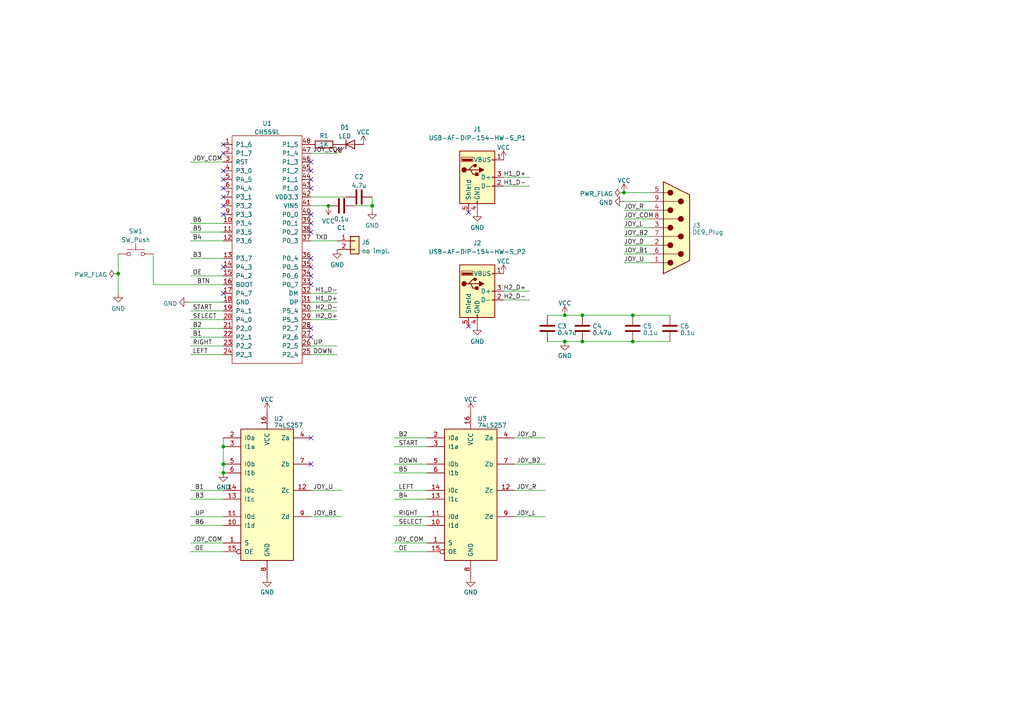
<source format=kicad_sch>
(kicad_sch (version 20230121) (generator eeschema)
  (paper "A4")
  (lib_symbols
    (symbol "74xx:74LS257" (pin_names (offset 1.016))
      (property "Reference" "U" (at -7.62 19.05 0))
      (property "Value" "74LS257" (at -7.62 -21.59 0))
      (symbol "74LS257_1_0"
        (pin input line (at -12.7 -15.24 0) (length 5.08) (name "S") (number "1"))
        (pin input line (at -12.7 -10.16 0) (length 5.08) (name "I1d") (number "10"))
        (pin input line (at -12.7 -7.62 0) (length 5.08) (name "I0d") (number "11"))
        (pin tri_state line (at 12.7 0 180) (length 5.08) (name "Zc") (number "12"))
        (pin input line (at -12.7 -2.54 0) (length 5.08) (name "I1c") (number "13"))
        (pin input line (at -12.7 0 0) (length 5.08) (name "I0c") (number "14"))
        (pin input inverted (at -12.7 -17.78 0) (length 5.08) (name "OE") (number "15"))
        (pin power_in line (at 0 22.86 270) (length 5.08) (name "VCC") (number "16"))
        (pin input line (at -12.7 15.24 0) (length 5.08) (name "I0a") (number "2"))
        (pin input line (at -12.7 12.7 0) (length 5.08) (name "I1a") (number "3"))
        (pin tri_state line (at 12.7 15.24 180) (length 5.08) (name "Za") (number "4"))
        (pin input line (at -12.7 7.62 0) (length 5.08) (name "I0b") (number "5"))
        (pin input line (at -12.7 5.08 0) (length 5.08) (name "I1b") (number "6"))
        (pin tri_state line (at 12.7 7.62 180) (length 5.08) (name "Zb") (number "7"))
        (pin power_in line (at 0 -25.4 90) (length 5.08) (name "GND") (number "8"))
        (pin tri_state line (at 12.7 -7.62 180) (length 5.08) (name "Zd") (number "9"))
      )
      (symbol "74LS257_1_1"
        (rectangle (start -7.62 17.78) (end 7.62 -20.32) (stroke (width 0.254)) (fill (type background)))
      )
    )
    (symbol "Connector:DE9_Plug" (pin_names (offset 1.016) hide)
      (property "Reference" "J" (at 0 13.97 0))
      (property "Value" "DE9_Plug" (at 0 -14.605 0))
      (symbol "DE9_Plug_0_1"
        (circle (center -1.778 -10.16) (radius 0.762) (fill (type outline)))
        (circle (center -1.778 -5.08) (radius 0.762) (fill (type outline)))
        (circle (center -1.778 0) (radius 0.762) (fill (type outline)))
        (circle (center -1.778 5.08) (radius 0.762) (fill (type outline)))
        (circle (center -1.778 10.16) (radius 0.762) (fill (type outline)))
        (polyline (pts (xy -3.81 -10.16) (xy -2.54 -10.16)))
        (polyline (pts (xy -3.81 -7.62) (xy 0.508 -7.62)))
        (polyline (pts (xy -3.81 -5.08) (xy -2.54 -5.08)))
        (polyline (pts (xy -3.81 -2.54) (xy 0.508 -2.54)))
        (polyline (pts (xy -3.81 0) (xy -2.54 0)))
        (polyline (pts (xy -3.81 2.54) (xy 0.508 2.54)))
        (polyline (pts (xy -3.81 5.08) (xy -2.54 5.08)))
        (polyline (pts (xy -3.81 7.62) (xy 0.508 7.62)))
        (polyline (pts (xy -3.81 10.16) (xy -2.54 10.16)))
        (polyline (pts (xy -3.81 -13.335) (xy -3.81 13.335) (xy 3.81 9.525) (xy 3.81 -9.525) (xy -3.81 -13.335)) (stroke (width 0.254)) (fill (type background)))
        (circle (center 1.27 -7.62) (radius 0.762) (fill (type outline)))
        (circle (center 1.27 -2.54) (radius 0.762) (fill (type outline)))
        (circle (center 1.27 2.54) (radius 0.762) (fill (type outline)))
        (circle (center 1.27 7.62) (radius 0.762) (fill (type outline)))
      )
      (symbol "DE9_Plug_1_1"
        (pin passive line (at -7.62 -10.16 0) (length 3.81) (name "1") (number "1"))
        (pin passive line (at -7.62 -5.08 0) (length 3.81) (name "2") (number "2"))
        (pin passive line (at -7.62 0 0) (length 3.81) (name "3") (number "3"))
        (pin passive line (at -7.62 5.08 0) (length 3.81) (name "4") (number "4"))
        (pin passive line (at -7.62 10.16 0) (length 3.81) (name "5") (number "5"))
        (pin passive line (at -7.62 -7.62 0) (length 3.81) (name "6") (number "6"))
        (pin passive line (at -7.62 -2.54 0) (length 3.81) (name "7") (number "7"))
        (pin passive line (at -7.62 2.54 0) (length 3.81) (name "8") (number "8"))
        (pin passive line (at -7.62 7.62 0) (length 3.81) (name "9") (number "9"))
      )
    )
    (symbol "Connector:USB_A" (pin_names (offset 1.016))
      (property "Reference" "J" (at -5.08 11.43 0))
      (property "Value" "USB_A" (at -5.08 8.89 0))
      (symbol "USB_A_0_1"
        (rectangle (start -5.08 -7.62) (end 5.08 7.62) (stroke (width 0.254)) (fill (type background)))
        (circle (center -3.81 2.159) (radius 0.635) (stroke (width 0.254)) (fill (type outline)))
        (rectangle (start -1.524 4.826) (end -4.318 5.334) (fill (type outline)))
        (rectangle (start -1.27 4.572) (end -4.572 5.842))
        (circle (center -0.635 3.429) (radius 0.381) (stroke (width 0.254)) (fill (type outline)))
        (rectangle (start -0.127 -7.62) (end 0.127 -6.858))
        (polyline (pts (xy -3.175 2.159) (xy -2.54 2.159) (xy -1.27 3.429) (xy -0.635 3.429)) (stroke (width 0.254)))
        (polyline (pts (xy -2.54 2.159) (xy -1.905 2.159) (xy -1.27 0.889) (xy 0 0.889)) (stroke (width 0.254)))
        (polyline (pts (xy 0.635 2.794) (xy 0.635 1.524) (xy 1.905 2.159) (xy 0.635 2.794)) (stroke (width 0.254)) (fill (type outline)))
        (rectangle (start 0.254 1.27) (end -0.508 0.508) (stroke (width 0.254)) (fill (type outline)))
        (rectangle (start 5.08 -2.667) (end 4.318 -2.413))
        (rectangle (start 5.08 -0.127) (end 4.318 0.127))
        (rectangle (start 5.08 4.953) (end 4.318 5.207))
      )
      (symbol "USB_A_1_1"
        (polyline (pts (xy -1.905 2.159) (xy 0.635 2.159)) (stroke (width 0.254)))
        (pin power_in line (at 7.62 5.08 180) (length 2.54) (name "VBUS") (number "1"))
        (pin bidirectional line (at 7.62 -2.54 180) (length 2.54) (name "D-") (number "2"))
        (pin bidirectional line (at 7.62 0 180) (length 2.54) (name "D+") (number "3"))
        (pin power_in line (at 0 -10.16 90) (length 2.54) (name "GND") (number "4"))
        (pin passive line (at -2.54 -10.16 90) (length 2.54) (name "Shield") (number "5"))
      )
    )
    (symbol "Connector_Generic:Conn_01x02" (pin_names (offset 1.016) hide)
      (property "Reference" "J" (at 0 2.54 0))
      (property "Value" "Conn_01x02" (at 0 -5.08 0))
      (symbol "Conn_01x02_1_1"
        (rectangle (start -1.27 -2.413) (end 0 -2.667) (stroke (width 0.1524)))
        (rectangle (start -1.27 0.127) (end 0 -0.127) (stroke (width 0.1524)))
        (rectangle (start -1.27 1.27) (end 1.27 -3.81) (stroke (width 0.254)) (fill (type background)))
        (pin passive line (at -5.08 0 0) (length 3.81) (name "Pin_1") (number "1"))
        (pin passive line (at -5.08 -2.54 0) (length 3.81) (name "Pin_2") (number "2"))
      )
    )
    (symbol "Device:C" (pin_numbers hide) (pin_names (offset 0.254))
      (property "Reference" "C" (at 0.635 2.54 0))
      (property "Value" "C" (at 0.635 -2.54 0))
      (symbol "C_0_1"
        (polyline (pts (xy -2.032 -0.762) (xy 2.032 -0.762)) (stroke (width 0.508)))
        (polyline (pts (xy -2.032 0.762) (xy 2.032 0.762)) (stroke (width 0.508)))
      )
      (symbol "C_1_1"
        (pin passive line (at 0 3.81 270) (length 2.794) (name "~") (number "1"))
        (pin passive line (at 0 -3.81 90) (length 2.794) (name "~") (number "2"))
      )
    )
    (symbol "Device:LED" (pin_numbers hide) (pin_names (offset 1.016) hide)
      (property "Reference" "D" (at 0 2.54 0))
      (property "Value" "LED" (at 0 -2.54 0))
      (symbol "LED_0_1"
        (polyline (pts (xy -1.27 -1.27) (xy -1.27 1.27)) (stroke (width 0.254)))
        (polyline (pts (xy -1.27 0) (xy 1.27 0)))
        (polyline (pts (xy 1.27 -1.27) (xy 1.27 1.27) (xy -1.27 0) (xy 1.27 -1.27)) (stroke (width 0.254)))
        (polyline (pts (xy -3.048 -0.762) (xy -4.572 -2.286) (xy -3.81 -2.286) (xy -4.572 -2.286) (xy -4.572 -1.524)))
        (polyline (pts (xy -1.778 -0.762) (xy -3.302 -2.286) (xy -2.54 -2.286) (xy -3.302 -2.286) (xy -3.302 -1.524)))
      )
      (symbol "LED_1_1"
        (pin passive line (at -3.81 0 0) (length 2.54) (name "K") (number "1"))
        (pin passive line (at 3.81 0 180) (length 2.54) (name "A") (number "2"))
      )
    )
    (symbol "Device:R" (pin_numbers hide) (pin_names (offset 0))
      (property "Reference" "R" (at 2.032 0 90))
      (property "Value" "R" (at 0 0 90))
      (symbol "R_0_1"
        (rectangle (start -1.016 -2.54) (end 1.016 2.54) (stroke (width 0.254)))
      )
      (symbol "R_1_1"
        (pin passive line (at 0 3.81 270) (length 1.27) (name "~") (number "1"))
        (pin passive line (at 0 -3.81 90) (length 1.27) (name "~") (number "2"))
      )
    )
    (symbol "Switch:SW_Push" (pin_numbers hide) (pin_names (offset 1.016) hide)
      (property "Reference" "SW" (at 1.27 2.54 0))
      (property "Value" "SW_Push" (at 0 -1.524 0))
      (symbol "SW_Push_0_1"
        (circle (center -2.032 0) (radius 0.508))
        (polyline (pts (xy 0 1.27) (xy 0 3.048)))
        (polyline (pts (xy 2.54 1.27) (xy -2.54 1.27)))
        (circle (center 2.032 0) (radius 0.508))
        (pin passive line (at -5.08 0 0) (length 2.54) (name "1") (number "1"))
        (pin passive line (at 5.08 0 180) (length 2.54) (name "2") (number "2"))
      )
    )
    (symbol "power:GND" (power) (pin_names (offset 0))
      (property "Value" "GND" (at 0 -3.81 0))
      (symbol "GND_0_1"
        (polyline (pts (xy 0 0) (xy 0 -1.27) (xy 1.27 -1.27) (xy 0 -2.54) (xy -1.27 -1.27) (xy 0 -1.27)))
      )
      (symbol "GND_1_1"
        (pin power_in line (at 0 0 270) (length 0) hide (name "GND") (number "1"))
      )
    )
    (symbol "power:PWR_FLAG" (power) (pin_numbers hide) (pin_names (offset 0) hide)
      (property "Value" "PWR_FLAG" (at 0 3.81 0))
      (symbol "PWR_FLAG_0_0"
        (pin power_out line (at 0 0 90) (length 0) (name "pwr") (number "1"))
      )
      (symbol "PWR_FLAG_0_1"
        (polyline (pts (xy 0 0) (xy 0 1.27) (xy -1.016 1.905) (xy 0 2.54) (xy 1.016 1.905) (xy 0 1.27)))
      )
    )
    (symbol "power:VCC" (power) (pin_names (offset 0))
      (property "Value" "VCC" (at 0 3.81 0))
      (symbol "VCC_0_1"
        (polyline (pts (xy -0.762 1.27) (xy 0 2.54)))
        (polyline (pts (xy 0 0) (xy 0 2.54)))
        (polyline (pts (xy 0 2.54) (xy 0.762 1.27)))
      )
      (symbol "VCC_1_1"
        (pin power_in line (at 0 0 90) (length 0) hide (name "VCC") (number "1"))
      )
    )
    (symbol "toyoshim:CH559" (pin_names (offset 1.016))
      (property "Reference" "U" (at 0 36.83 0))
      (property "Value" "CH559" (at 0 34.29 0))
      (symbol "CH559_0_1"
        (rectangle (start -10.16 31.75) (end 10.16 -34.29))
      )
      (symbol "CH559_1_1"
        (pin tri_state line (at -12.7 29.21 0) (length 2.54) (name "P1_6") (number "1"))
        (pin tri_state line (at -12.7 6.35 0) (length 2.54) (name "P3_4") (number "10"))
        (pin tri_state line (at -12.7 3.81 0) (length 2.54) (name "P3_5") (number "11"))
        (pin tri_state line (at -12.7 1.27 0) (length 2.54) (name "P3_6") (number "12"))
        (pin tri_state line (at -12.7 -3.81 0) (length 2.54) (name "P3_7") (number "13"))
        (pin tri_state line (at -12.7 -6.35 0) (length 2.54) (name "P4_3") (number "14"))
        (pin tri_state line (at -12.7 -8.89 0) (length 2.54) (name "P4_2") (number "15"))
        (pin tri_state line (at -12.7 -11.43 0) (length 2.54) (name "BOOT") (number "16"))
        (pin tri_state line (at -12.7 -13.97 0) (length 2.54) (name "P4_7") (number "17"))
        (pin power_in line (at -12.7 -16.51 0) (length 2.54) (name "GND") (number "18"))
        (pin tri_state line (at -12.7 -19.05 0) (length 2.54) (name "P4_1") (number "19"))
        (pin tri_state line (at -12.7 26.67 0) (length 2.54) (name "P1_7") (number "2"))
        (pin tri_state line (at -12.7 -21.59 0) (length 2.54) (name "P4_0") (number "20"))
        (pin tri_state line (at -12.7 -24.13 0) (length 2.54) (name "P2_0") (number "21"))
        (pin tri_state line (at -12.7 -26.67 0) (length 2.54) (name "P2_1") (number "22"))
        (pin tri_state line (at -12.7 -29.21 0) (length 2.54) (name "P2_2") (number "23"))
        (pin tri_state line (at -12.7 -31.75 0) (length 2.54) (name "P2_3") (number "24"))
        (pin tri_state line (at 12.7 -31.75 180) (length 2.54) (name "P2_4") (number "25"))
        (pin tri_state line (at 12.7 -29.21 180) (length 2.54) (name "P2_5") (number "26"))
        (pin tri_state line (at 12.7 -26.67 180) (length 2.54) (name "P2_6") (number "27"))
        (pin tri_state line (at 12.7 -24.13 180) (length 2.54) (name "P2_7") (number "28"))
        (pin tri_state line (at 12.7 -21.59 180) (length 2.54) (name "P5_5") (number "29"))
        (pin tri_state line (at -12.7 24.13 0) (length 2.54) (name "RST") (number "3"))
        (pin tri_state line (at 12.7 -19.05 180) (length 2.54) (name "P5_4") (number "30"))
        (pin tri_state line (at 12.7 -16.51 180) (length 2.54) (name "DP") (number "31"))
        (pin tri_state line (at 12.7 -13.97 180) (length 2.54) (name "DM") (number "32"))
        (pin tri_state line (at 12.7 -11.43 180) (length 2.54) (name "P0_7") (number "33"))
        (pin tri_state line (at 12.7 -8.89 180) (length 2.54) (name "P0_6") (number "34"))
        (pin tri_state line (at 12.7 -6.35 180) (length 2.54) (name "P0_5") (number "35"))
        (pin tri_state line (at 12.7 -3.81 180) (length 2.54) (name "P0_4") (number "36"))
        (pin tri_state line (at 12.7 1.27 180) (length 2.54) (name "P0_3") (number "37"))
        (pin tri_state line (at 12.7 3.81 180) (length 2.54) (name "P0_2") (number "38"))
        (pin tri_state line (at 12.7 6.35 180) (length 2.54) (name "P0_1") (number "39"))
        (pin tri_state line (at -12.7 21.59 0) (length 2.54) (name "P3_0") (number "4"))
        (pin tri_state line (at 12.7 8.89 180) (length 2.54) (name "P0_0") (number "40"))
        (pin power_in line (at 12.7 11.43 180) (length 2.54) (name "VIN5") (number "41"))
        (pin power_out line (at 12.7 13.97 180) (length 2.54) (name "VDD3.3") (number "42"))
        (pin tri_state line (at 12.7 16.51 180) (length 2.54) (name "P1_0") (number "43"))
        (pin tri_state line (at 12.7 19.05 180) (length 2.54) (name "P1_1") (number "44"))
        (pin tri_state line (at 12.7 21.59 180) (length 2.54) (name "P1_2") (number "45"))
        (pin tri_state line (at 12.7 24.13 180) (length 2.54) (name "P1_3") (number "46"))
        (pin tri_state line (at 12.7 26.67 180) (length 2.54) (name "P1_4") (number "47"))
        (pin tri_state line (at 12.7 29.21 180) (length 2.54) (name "P1_5") (number "48"))
        (pin tri_state line (at -12.7 19.05 0) (length 2.54) (name "P4_5") (number "5"))
        (pin tri_state line (at -12.7 16.51 0) (length 2.54) (name "P4_4") (number "6"))
        (pin tri_state line (at -12.7 13.97 0) (length 2.54) (name "P3_1") (number "7"))
        (pin tri_state line (at -12.7 11.43 0) (length 2.54) (name "P3_2") (number "8"))
        (pin tri_state line (at -12.7 8.89 0) (length 2.54) (name "P3_3") (number "9"))
      )
    )
  )
  (junction (at 64.77 134.62))
  (junction (at 183.515 91.44))
  (junction (at 64.77 137.16))
  (junction (at 163.83 91.44))
  (junction (at 168.91 91.44))
  (junction (at 183.515 99.06))
  (junction (at 64.77 129.54))
  (junction (at 163.83 99.06))
  (junction (at 34.29 79.375))
  (junction (at 95.25 59.69))
  (junction (at 180.975 55.88))
  (junction (at 107.95 59.69))
  (junction (at 168.91 99.06))
  (no_connect (at 90.17 46.99))
  (no_connect (at 64.77 85.09))
  (no_connect (at 64.77 62.23))
  (no_connect (at 90.17 82.55))
  (no_connect (at 90.17 52.07))
  (no_connect (at 64.77 49.53))
  (no_connect (at 90.17 97.79))
  (no_connect (at 90.17 80.01))
  (no_connect (at 64.77 41.91))
  (no_connect (at 90.17 54.61))
  (no_connect (at 64.77 44.45))
  (no_connect (at 64.77 54.61))
  (no_connect (at 135.89 61.595))
  (no_connect (at 135.89 94.615))
  (no_connect (at 90.17 134.62))
  (no_connect (at 90.17 49.53))
  (no_connect (at 64.77 57.15))
  (no_connect (at 90.17 95.25))
  (no_connect (at 64.77 59.69))
  (no_connect (at 90.17 127))
  (no_connect (at 64.77 77.47))
  (no_connect (at 90.17 64.77))
  (no_connect (at 90.17 62.23))
  (no_connect (at 90.17 67.31))
  (no_connect (at 90.17 74.93))
  (no_connect (at 64.77 52.07))
  (no_connect (at 90.17 77.47))
  (wire (pts (xy 55.245 69.85) (xy 64.77 69.85)))
  (wire (pts (xy 64.77 127) (xy 64.77 129.54)))
  (wire (pts (xy 107.95 59.69) (xy 107.95 60.96)))
  (wire (pts (xy 55.245 157.48) (xy 64.77 157.48)))
  (wire (pts (xy 180.975 58.42) (xy 188.595 58.42)))
  (wire (pts (xy 55.245 142.24) (xy 64.77 142.24)))
  (wire (pts (xy 180.975 73.66) (xy 188.595 73.66)))
  (wire (pts (xy 146.05 86.995) (xy 153.67 86.995)))
  (wire (pts (xy 149.225 149.86) (xy 158.115 149.86)))
  (wire (pts (xy 55.245 80.01) (xy 64.77 80.01)))
  (wire (pts (xy 163.83 91.44) (xy 168.91 91.44)))
  (wire (pts (xy 107.95 57.15) (xy 107.95 59.69)))
  (wire (pts (xy 55.245 92.71) (xy 64.77 92.71)))
  (wire (pts (xy 180.975 55.88) (xy 188.595 55.88)))
  (wire (pts (xy 183.515 91.44) (xy 194.31 91.44)))
  (wire (pts (xy 55.245 67.31) (xy 64.77 67.31)))
  (wire (pts (xy 90.17 100.33) (xy 97.79 100.33)))
  (wire (pts (xy 158.75 91.44) (xy 163.83 91.44)))
  (wire (pts (xy 114.3 137.16) (xy 123.825 137.16)))
  (wire (pts (xy 180.975 63.5) (xy 188.595 63.5)))
  (wire (pts (xy 64.77 134.62) (xy 64.77 137.16)))
  (wire (pts (xy 114.3 149.86) (xy 123.825 149.86)))
  (wire (pts (xy 180.975 76.2) (xy 188.595 76.2)))
  (wire (pts (xy 44.45 82.55) (xy 64.77 82.55)))
  (wire (pts (xy 163.83 99.06) (xy 168.91 99.06)))
  (wire (pts (xy 90.17 102.87) (xy 97.79 102.87)))
  (wire (pts (xy 114.3 134.62) (xy 123.825 134.62)))
  (wire (pts (xy 180.975 60.96) (xy 188.595 60.96)))
  (wire (pts (xy 34.29 73.66) (xy 34.29 79.375)))
  (wire (pts (xy 114.3 127) (xy 123.825 127)))
  (wire (pts (xy 90.17 59.69) (xy 95.25 59.69)))
  (wire (pts (xy 90.17 44.45) (xy 97.79 44.45)))
  (wire (pts (xy 55.245 100.33) (xy 64.77 100.33)))
  (wire (pts (xy 55.245 160.02) (xy 64.77 160.02)))
  (wire (pts (xy 34.29 79.375) (xy 34.29 85.09)))
  (wire (pts (xy 168.91 91.44) (xy 183.515 91.44)))
  (wire (pts (xy 114.3 144.78) (xy 123.825 144.78)))
  (wire (pts (xy 64.77 129.54) (xy 64.77 134.62)))
  (wire (pts (xy 90.17 69.85) (xy 97.79 69.85)))
  (wire (pts (xy 90.17 85.09) (xy 97.79 85.09)))
  (wire (pts (xy 55.245 102.87) (xy 64.77 102.87)))
  (wire (pts (xy 55.245 149.86) (xy 64.77 149.86)))
  (wire (pts (xy 55.245 90.17) (xy 64.77 90.17)))
  (wire (pts (xy 55.245 97.79) (xy 64.77 97.79)))
  (wire (pts (xy 180.975 68.58) (xy 188.595 68.58)))
  (wire (pts (xy 102.87 59.69) (xy 107.95 59.69)))
  (wire (pts (xy 90.17 87.63) (xy 97.79 87.63)))
  (wire (pts (xy 149.225 127) (xy 158.115 127)))
  (wire (pts (xy 90.17 92.71) (xy 97.79 92.71)))
  (wire (pts (xy 168.91 99.06) (xy 183.515 99.06)))
  (wire (pts (xy 114.3 129.54) (xy 123.825 129.54)))
  (wire (pts (xy 55.245 144.78) (xy 64.77 144.78)))
  (wire (pts (xy 183.515 99.06) (xy 194.31 99.06)))
  (wire (pts (xy 114.3 157.48) (xy 123.825 157.48)))
  (wire (pts (xy 90.17 149.86) (xy 99.06 149.86)))
  (wire (pts (xy 149.225 142.24) (xy 158.115 142.24)))
  (wire (pts (xy 114.3 160.02) (xy 123.825 160.02)))
  (wire (pts (xy 44.45 82.55) (xy 44.45 73.66)))
  (wire (pts (xy 55.245 46.99) (xy 64.77 46.99)))
  (wire (pts (xy 180.975 71.12) (xy 188.595 71.12)))
  (wire (pts (xy 54.61 87.63) (xy 64.77 87.63)))
  (wire (pts (xy 146.05 51.435) (xy 153.67 51.435)))
  (wire (pts (xy 180.975 66.04) (xy 188.595 66.04)))
  (wire (pts (xy 90.17 57.15) (xy 100.33 57.15)))
  (wire (pts (xy 149.225 134.62) (xy 158.115 134.62)))
  (wire (pts (xy 55.245 152.4) (xy 64.77 152.4)))
  (wire (pts (xy 158.75 99.06) (xy 163.83 99.06)))
  (wire (pts (xy 90.17 142.24) (xy 99.06 142.24)))
  (wire (pts (xy 55.245 64.77) (xy 64.77 64.77)))
  (wire (pts (xy 55.245 74.93) (xy 64.77 74.93)))
  (wire (pts (xy 146.05 53.975) (xy 153.67 53.975)))
  (wire (pts (xy 90.17 90.17) (xy 97.79 90.17)))
  (wire (pts (xy 146.05 84.455) (xy 153.67 84.455)))
  (wire (pts (xy 114.3 142.24) (xy 123.825 142.24)))
  (wire (pts (xy 55.245 95.25) (xy 64.77 95.25)))
  (wire (pts (xy 114.3 152.4) (xy 123.825 152.4)))
  (label "H2_D+" (at 146.05 84.455 0))
  (label "B5" (at 115.57 137.16 0))
  (label "UP" (at 56.515 149.86 0))
  (label "H1_D+" (at 91.44 87.63 0))
  (label "H2_D-" (at 91.44 90.17 0))
  (label "START" (at 55.88 90.17 0))
  (label "JOY_L" (at 149.86 149.86 0))
  (label "RIGHT" (at 55.88 100.33 0))
  (label "RIGHT" (at 115.57 149.86 0))
  (label "TXD" (at 91.44 69.85 0))
  (label "OE" (at 115.57 160.02 0))
  (label "JOY_B2" (at 180.975 68.58 0))
  (label "JOY_B1" (at 180.975 73.66 0))
  (label "BTN" (at 57.15 82.55 0))
  (label "JOY_COM" (at 180.975 63.5 0))
  (label "SELECT" (at 55.88 92.71 0))
  (label "JOY_R" (at 180.975 60.96 0))
  (label "B2" (at 55.88 95.25 0))
  (label "B2" (at 115.57 127 0))
  (label "JOY_B1" (at 90.805 149.86 0))
  (label "B5" (at 55.88 67.31 0))
  (label "DOWN" (at 115.57 134.62 0))
  (label "H1_D-" (at 91.44 85.09 0))
  (label "JOY_L" (at 180.975 66.04 0))
  (label "JOY_D" (at 180.975 71.12 0))
  (label "H2_D-" (at 146.05 86.995 0))
  (label "JOY_D" (at 149.86 127 0))
  (label "SELECT" (at 115.57 152.4 0))
  (label "H2_D+" (at 91.44 92.71 0))
  (label "START" (at 115.57 129.54 0))
  (label "H1_D-" (at 146.05 53.975 0))
  (label "JOY_R" (at 149.86 142.24 0))
  (label "JOY_U" (at 90.805 142.24 0))
  (label "LEFT" (at 115.57 142.24 0))
  (label "JOY_COM" (at 55.88 157.48 0))
  (label "B4" (at 115.57 144.78 0))
  (label "UP" (at 90.805 100.33 0))
  (label "B1" (at 55.88 97.79 0))
  (label "B6" (at 55.88 64.77 0))
  (label "B1" (at 56.515 142.24 0))
  (label "JOY_COM" (at 55.88 46.99 0))
  (label "JOY_COM" (at 90.805 44.45 0))
  (label "B3" (at 56.515 144.78 0))
  (label "JOY_COM" (at 114.3 157.48 0))
  (label "LEFT" (at 55.88 102.87 0))
  (label "B6" (at 56.515 152.4 0))
  (label "OE" (at 55.88 80.01 0))
  (label "JOY_U" (at 180.975 76.2 0))
  (label "B3" (at 55.88 74.93 0))
  (label "OE" (at 56.515 160.02 0))
  (label "JOY_B2" (at 149.86 134.62 0))
  (label "DOWN" (at 90.805 102.87 0))
  (label "B4" (at 55.88 69.85 0))
  (label "H1_D+" (at 146.05 51.435 0))
  (symbol (lib_id "power:VCC") (at 163.83 91.44 0) (unit 1)
    (property "Reference" "#PWR012" (effects hide))
    (property "Value" "VCC" (at 163.83 87.9381 0))
  )
  (symbol (lib_id "power:VCC") (at 77.47 119.38 0) (unit 1)
    (property "Reference" "#PWR013" (effects hide))
    (property "Value" "VCC" (at 77.47 115.8781 0))
  )
  (symbol (lib_id "power:VCC") (at 146.05 79.375 0) (unit 1)
    (property "Reference" "#PWR09" (effects hide))
    (property "Value" "VCC" (at 146.05 75.7992 0))
  )
  (symbol (lib_id "Connector:DE9_Plug") (at 196.215 66.04 0) (unit 1)
    (property "Reference" "J3" (at 200.787 65.3963 0) (effects (justify left)))
    (property "Value" "DE9_Plug" (at 200.787 67.3173 0) (effects (justify left)))
    (property "Footprint" "toyoshim:DSUB-9_Female_TE_2301844_1" (effects hide))
    (property "Datasheet" " ~" (effects hide))
    (property "LCSC" "C3135162" (effects hide))
  )
  (symbol (lib_id "Connector:USB_A") (at 138.43 51.435 0) (unit 1)
    (property "Reference" "J1" (at 138.43 37.4681 0))
    (property "Value" "USB-AF-DIP-154-HW-S_P1" (at 138.43 40.005 0))
    (property "Footprint" "toyoshim:USB-A-TH_JTJ-USB-A-F-10.0-010" (effects hide))
    (property "Datasheet" " ~" (effects hide))
    (property "LCSC" "C42576" (effects hide))
  )
  (symbol (lib_id "74xx:74LS257") (at 136.525 142.24 0) (unit 1)
    (property "Reference" "U3" (at 138.4809 121.4501 0) (effects (justify left)))
    (property "Value" "74LS257" (at 138.4809 123.3711 0) (effects (justify left)))
    (property "Footprint" "Package_SO:TSSOP-16_4.4x5mm_P0.65mm" (effects hide))
    (property "Datasheet" "http://www.ti.com/lit/gpn/sn74LS257" (effects hide))
    (property "LCSC" "C2868824" (effects hide))
  )
  (symbol (lib_id "power:VCC") (at 146.05 46.355 0) (unit 1)
    (property "Reference" "#PWR08" (effects hide))
    (property "Value" "VCC" (at 146.05 42.7792 0))
  )
  (symbol (lib_id "power:VCC") (at 105.41 41.91 0) (unit 1)
    (property "Reference" "#PWR03" (effects hide))
    (property "Value" "VCC" (at 105.41 38.3342 0))
  )
  (symbol (lib_id "power:GND") (at 138.43 94.615 0) (unit 1)
    (property "Reference" "#PWR06" (effects hide))
    (property "Value" "GND" (at 138.43 99.0584 0))
  )
  (symbol (lib_id "Device:C") (at 183.515 95.25 0) (unit 1)
    (property "Reference" "C5" (at 186.436 94.6063 0) (effects (justify left)))
    (property "Value" "0.1u" (at 186.436 96.5273 0) (effects (justify left)))
    (property "Footprint" "Capacitor_SMD:C_0402_1005Metric" (effects hide))
  )
  (symbol (lib_id "power:GND") (at 64.77 137.16 0) (unit 1)
    (property "Reference" "#PWR019" (effects hide))
    (property "Value" "GND" (at 64.77 141.2955 0))
  )
  (symbol (lib_id "Device:C") (at 158.75 95.25 0) (unit 1)
    (property "Reference" "C3" (at 161.671 94.6063 0) (effects (justify left)))
    (property "Value" "0.47u" (at 161.671 96.5273 0) (effects (justify left)))
    (property "Footprint" "Capacitor_SMD:C_0402_1005Metric" (effects hide))
  )
  (symbol (lib_id "power:GND") (at 138.43 61.595 0) (unit 1)
    (property "Reference" "#PWR05" (effects hide))
    (property "Value" "GND" (at 138.43 66.0384 0))
  )
  (symbol (lib_id "Device:C") (at 104.14 57.15 90) (unit 1)
    (property "Reference" "C2" (at 104.14 51.2912 90))
    (property "Value" "4.7u" (at 104.14 53.8281 90))
    (property "Footprint" "Capacitor_SMD:C_0402_1005Metric" (effects hide))
  )
  (symbol (lib_id "74xx:74LS257") (at 77.47 142.24 0) (unit 1)
    (property "Reference" "U2" (at 79.4259 121.4501 0) (effects (justify left)))
    (property "Value" "74LS257" (at 79.4259 123.3711 0) (effects (justify left)))
    (property "Footprint" "Package_SO:TSSOP-16_4.4x5mm_P0.65mm" (effects hide))
    (property "Datasheet" "http://www.ti.com/lit/gpn/sn74LS257" (effects hide))
    (property "LCSC" "C2868824" (effects hide))
  )
  (symbol (lib_id "power:PWR_FLAG") (at 34.29 79.375 90) (unit 1)
    (property "Reference" "#FLG02" (effects hide))
    (property "Value" "PWR_FLAG" (at 31.1151 79.6918 90) (effects (justify left)))
  )
  (symbol (lib_id "power:GND") (at 77.47 167.64 0) (unit 1)
    (property "Reference" "#PWR017" (effects hide))
    (property "Value" "GND" (at 77.47 171.7755 0))
  )
  (symbol (lib_id "Connector_Generic:Conn_01x02") (at 102.87 69.85 0) (unit 1)
    (property "Reference" "J6" (at 104.902 70.2853 0) (effects (justify left)))
    (property "Value" "no impl." (at 104.902 72.8222 0) (effects (justify left)))
    (property "Footprint" "Connector_PinHeader_2.54mm:PinHeader_2x01_P2.54mm_Vertical" (effects hide))
  )
  (symbol (lib_id "Device:LED") (at 101.6 41.91 0) (unit 1)
    (property "Reference" "D1" (at 100.0125 36.9402 0))
    (property "Value" "LED" (at 100.0125 39.4771 0))
    (property "Footprint" "LED_SMD:LED_0603_1608Metric_Pad1.05x0.95mm_HandSolder" (effects hide))
    (property "LCSC" "C965807" (effects hide))
  )
  (symbol (lib_id "Device:C") (at 168.91 95.25 0) (unit 1)
    (property "Reference" "C4" (at 171.831 94.6063 0) (effects (justify left)))
    (property "Value" "0.47u" (at 171.831 96.5273 0) (effects (justify left)))
    (property "Footprint" "Capacitor_SMD:C_0402_1005Metric" (effects hide))
  )
  (symbol (lib_id "Connector:USB_A") (at 138.43 84.455 0) (unit 1)
    (property "Reference" "J2" (at 138.43 70.4881 0))
    (property "Value" "USB-AF-DIP-154-HW-S_P2" (at 138.43 73.025 0))
    (property "Footprint" "toyoshim:USB-A-TH_JTJ-USB-A-F-10.0-010" (effects hide))
    (property "Datasheet" " ~" (effects hide))
    (property "LCSC" "C42576" (effects hide))
  )
  (symbol (lib_id "power:VCC") (at 95.25 59.69 180) (unit 1)
    (property "Reference" "#PWR02" (effects hide))
    (property "Value" "VCC" (at 95.25 64.1334 0))
  )
  (symbol (lib_id "Device:R") (at 93.98 41.91 90) (unit 1)
    (property "Reference" "R1" (at 93.98 39.37 90))
    (property "Value" "1K" (at 93.98 41.91 90))
    (property "Footprint" "Resistor_SMD:R_0402_1005Metric" (effects hide))
  )
  (symbol (lib_id "power:GND") (at 107.95 60.96 0) (unit 1)
    (property "Reference" "#PWR04" (effects hide))
    (property "Value" "GND" (at 107.95 65.4034 0))
  )
  (symbol (lib_id "toyoshim:CH559") (at 77.47 71.12 0) (unit 1)
    (property "Reference" "U1" (at 77.47 35.7972 0))
    (property "Value" "CH559L" (at 77.47 38.3341 0))
    (property "Footprint" "Package_QFP:LQFP-48_7x7mm_P0.5mm" (effects hide))
    (property "LCSC" "C150548" (effects hide))
  )
  (symbol (lib_id "power:GND") (at 180.975 58.42 270) (unit 1)
    (property "Reference" "#PWR010" (effects hide))
    (property "Value" "GND" (at 177.8001 58.7368 90) (effects (justify right)))
  )
  (symbol (lib_id "power:GND") (at 97.79 72.39 0) (unit 1)
    (property "Reference" "#PWR015" (effects hide))
    (property "Value" "GND" (at 97.79 76.8334 0))
  )
  (symbol (lib_id "Switch:SW_Push") (at 39.37 73.66 0) (unit 1)
    (property "Reference" "SW1" (at 39.37 67.0392 0))
    (property "Value" "SW_Push" (at 39.37 69.5761 0))
    (property "Footprint" "toyoshim:TS-1159B" (effects hide))
    (property "LCSC" "C381055" (effects hide))
  )
  (symbol (lib_id "power:GND") (at 163.83 99.06 0) (unit 1)
    (property "Reference" "#PWR011" (effects hide))
    (property "Value" "GND" (at 163.83 103.1955 0))
  )
  (symbol (lib_id "Device:C") (at 99.06 59.69 90) (unit 1)
    (property "Reference" "C1" (at 99.06 66.04 90))
    (property "Value" "0.1u" (at 99.06 63.5 90))
    (property "Footprint" "Capacitor_SMD:C_0402_1005Metric" (effects hide))
  )
  (symbol (lib_id "power:GND") (at 136.525 167.64 0) (unit 1)
    (property "Reference" "#PWR018" (effects hide))
    (property "Value" "GND" (at 136.525 171.7755 0))
  )
  (symbol (lib_id "power:VCC") (at 136.525 119.38 0) (unit 1)
    (property "Reference" "#PWR016" (effects hide))
    (property "Value" "VCC" (at 136.525 115.8781 0))
  )
  (symbol (lib_id "power:GND") (at 34.29 85.09 0) (unit 1)
    (property "Reference" "#PWR014" (effects hide))
    (property "Value" "GND" (at 34.29 89.5334 0))
  )
  (symbol (lib_id "power:VCC") (at 180.975 55.88 0) (unit 1)
    (property "Reference" "#PWR07" (effects hide))
    (property "Value" "VCC" (at 180.975 52.3781 0))
  )
  (symbol (lib_id "power:GND") (at 54.61 87.63 270) (unit 1)
    (property "Reference" "#PWR01" (effects hide))
    (property "Value" "GND" (at 51.4351 88.0638 90) (effects (justify right)))
  )
  (symbol (lib_id "Device:C") (at 194.31 95.25 0) (unit 1)
    (property "Reference" "C6" (at 197.231 94.6063 0) (effects (justify left)))
    (property "Value" "0.1u" (at 197.231 96.5273 0) (effects (justify left)))
    (property "Footprint" "Capacitor_SMD:C_0402_1005Metric" (effects hide))
  )
  (symbol (lib_id "power:PWR_FLAG") (at 180.975 55.88 90) (unit 1)
    (property "Reference" "#FLG01" (effects hide))
    (property "Value" "PWR_FLAG" (at 177.8001 56.1968 90) (effects (justify left)))
  )
)
</source>
